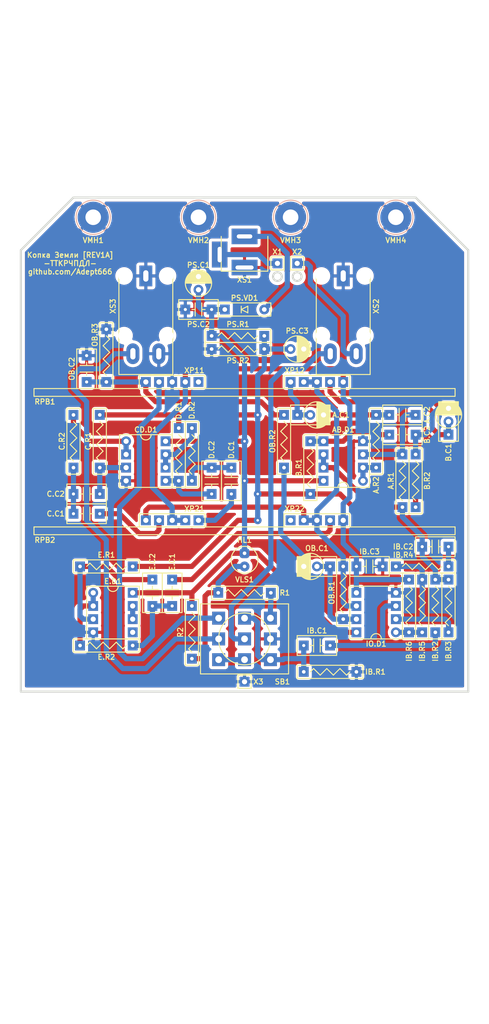
<source format=kicad_pcb>
(kicad_pcb (version 20171130) (host pcbnew 5.1.6-c6e7f7d~87~ubuntu19.10.1)
  (title_block (title "Копка Земли (Down-Tuned)") (date 2023-03-01) (rev 1A) (company "Igor Ivanov") (comment 1 https://github.com/Adept666) (comment 2 "This project is licensed under GNU General Public License v3.0 or later"))
  (layers (0 F.Cu jumper) (31 B.Cu signal) (37 F.SilkS user) (38 B.Mask user) (39 F.Mask user) (44 Edge.Cuts user))
  (net 0 "")
  (net 1 COM)
  (net 2 "Net-(HL1-PadC)")
  (net 3 /LED)
  (net 4 /PP3-POS)
  (net 5 /PP3-NEG)
  (net 6 VREF)
  (net 7 "Net-(A.C2-Pad2)")
  (net 8 "Net-(IB.C1-Pad2)")
  (net 9 "Net-(IB.C2-Pad2)")
  (net 10 /CUT-RAIL)
  (net 11 "Net-(IB.R3-Pad2)")
  (net 12 "Net-(IB.R5-Pad2)")
  (net 13 /BOOST-RAIL)
  (net 14 "Net-(IO.D1-Pad7)")
  (net 15 "Net-(OB.C2-Pad1)")
  (net 16 "Net-(C.C1-Pad1)")
  (net 17 "Net-(C.C1-Pad2)")
  (net 18 "Net-(C.C2-Pad2)")
  (net 19 "Net-(D.C1-Pad1)")
  (net 20 "Net-(D.C1-Pad2)")
  (net 21 "Net-(E.C1-Pad1)")
  (net 22 "Net-(E.C1-Pad2)")
  (net 23 "Net-(E.C2-Pad2)")
  (net 24 "Net-(E.D1-Pad6)")
  (net 25 "Net-(A.R2-Pad2)")
  (net 26 "Net-(AB.D1-Pad5)")
  (net 27 "Net-(AB.D1-Pad6)")
  (net 28 "Net-(C.R2-Pad2)")
  (net 29 "Net-(CD.D1-Pad5)")
  (net 30 "Net-(CD.D1-Pad6)")
  (net 31 "Net-(E.D1-Pad1)")
  (net 32 "Net-(E.D1-Pad5)")
  (net 33 V)
  (net 34 "Net-(PS.VD1-PadA)")
  (net 35 /IN-CIR)
  (net 36 /IN-CON)
  (net 37 "Net-(SB1-PadNC1)")
  (net 38 /OUT-CIR)
  (net 39 /OUT-CON)
  (net 40 "Net-(A.C1-Pad+)")
  (net 41 "Net-(A.C1-Pad-)")
  (net 42 "Net-(B.C1-Pad+)")
  (net 43 "Net-(B.C1-Pad-)")
  (net 44 "Net-(OB.C1-Pad-)")
  (module KCL-TH-ML:CON-PAD-S-1.0-1.9 (layer F.Cu) (at 115.57 105.41)
    (fp_text reference X2 (at 0 -2.2225) (layer F.SilkS) (effects (font (thickness 0.2))))
    (fp_text value -)
    (pad 1 thru_hole rect (at 0 0) (size 1.9 1.9) (drill 1) (layers *.Cu *.Mask) (net 5 /PP3-NEG))
  )
  (module KCL-TH-ML:CON-PAD-S-1.0-1.9 (layer F.Cu) (at 111.76 105.41)
    (fp_text reference X1 (at 0 -2.2225) (layer F.SilkS) (effects (font (thickness 0.2))))
    (fp_text value +)
    (pad 1 thru_hole rect (at 0 0) (size 1.9 1.9) (drill 1) (layers *.Cu *.Mask) (net 4 /PP3-POS))
  )
  (module KCL-TH-ML:LED-ROUND-05.0-UNI-SH-SPACER-PNL-5.3 (layer F.Cu) (at 105.41 162.56 90)
    (fp_text reference HL1 (at 3.81 0 180) (layer F.SilkS) (effects (font (thickness 0.2))))
    (fp_text value FYL-5013UWC)
    (pad C thru_hole circle (at -1.27 0 90) (size 1.9 1.9) (drill 0.7) (layers *.Cu *.Mask) (net 2 "Net-(HL1-PadC)"))
    (pad A thru_hole roundrect (at 1.27 0 90) (size 1.9 1.9) (drill 0.7) (layers *.Cu *.Mask) (roundrect_rratio 0.3) (net 33 V))
  )
  (module KCL-TH-ML:CON-PAD-S-1.0-1.9 (layer F.Cu) (at 105.41 186.055)
    (fp_text reference X3 (at 1.5875 0) (layer F.SilkS) (effects (font (thickness 0.2)) (justify left)))
    (fp_text value COM)
    (pad 1 thru_hole rect (at 0 0) (size 1.9 1.9) (drill 1) (layers *.Cu *.Mask) (net 1 COM))
  )
  (module KCL-VIRTUAL:B-PP3-HV (layer F.Cu) (at 105.41 196.85)
    (fp_text reference GB1 hide)
    (fp_text value PP3 hide)
  )
  (module KCL-VIRTUAL:VLS-BR (layer F.Cu) (at 105.41 162.56)
    (fp_text reference VLS1 (at 0 3.81) (layer F.SilkS) (effects (font (thickness 0.2))))
    (fp_text value BR-12.7)
  )
  (module KCL-TH-ML:VMH-STA-DA5-PNL-3.0 (layer F.Cu) (at 134.62 96.52)
    (fp_text reference VMH4 (at 0 4.445) (layer F.SilkS) (effects (font (thickness 0.2))))
    (fp_text value DI5M3x18)
    (pad 0 thru_hole circle (at 0 0) (size 6 6) (drill 3) (layers *.Cu *.Mask) (net 1 COM))
  )
  (module KCL-TH-ML:VMH-STA-DA5-PNL-3.0 (layer F.Cu) (at 114.3 96.52)
    (fp_text reference VMH3 (at 0 4.445) (layer F.SilkS) (effects (font (thickness 0.2))))
    (fp_text value DI5M3x18)
    (pad 0 thru_hole circle (at 0 0) (size 6 6) (drill 3) (layers *.Cu *.Mask) (net 1 COM))
  )
  (module KCL-TH-ML:VMH-STA-DA5-PNL-3.0 (layer F.Cu) (at 96.52 96.52)
    (fp_text reference VMH2 (at 0 4.445) (layer F.SilkS) (effects (font (thickness 0.2))))
    (fp_text value DI5M3x18)
    (pad 0 thru_hole circle (at 0 0) (size 6 6) (drill 3) (layers *.Cu *.Mask) (net 1 COM))
  )
  (module KCL-TH-ML:VMH-STA-DA5-PNL-3.0 (layer F.Cu) (at 76.2 96.52)
    (fp_text reference VMH1 (at 0 4.445) (layer F.SilkS) (effects (font (thickness 0.2))))
    (fp_text value DI5M3x18)
    (pad 0 thru_hole circle (at 0 0) (size 6 6) (drill 3) (layers *.Cu *.Mask) (net 1 COM))
  )
  (module SBKCL-TH-ML:RPB-1590BB-18-3x17-1.5-PNL-7.4-2.8 (layer F.Cu) (at 105.41 143.71)
    (fp_text reference RPB2 (at -40.64 15.04) (layer F.SilkS) (effects (font (thickness 0.2)) (justify left)))
    (fp_text value B50K-B50K-B50K)
    (fp_text user XP22 (at 7.62 9.0075) (layer F.SilkS) (effects (font (thickness 0.2)) (justify left)))
    (fp_text user XP21 (at -7.62 9.0075) (layer F.SilkS) (effects (font (thickness 0.2)) (justify right)))
    (pad 22 thru_hole rect (at 8.89 11.23) (size 1.9 1.9) (drill 1) (layers *.Cu *.Mask) (net 19 "Net-(D.C1-Pad1)"))
    (pad 23 thru_hole rect (at 11.43 11.23) (size 1.9 1.9) (drill 1) (layers *.Cu *.Mask) (net 13 /BOOST-RAIL))
    (pad 33 thru_hole rect (at 13.97 11.23) (size 1.9 1.9) (drill 1) (layers *.Cu *.Mask) (net 13 /BOOST-RAIL))
    (pad 32 thru_hole rect (at 16.51 11.23) (size 1.9 1.9) (drill 1) (layers *.Cu *.Mask) (net 21 "Net-(E.C1-Pad1)"))
    (pad 31 thru_hole rect (at 19.05 11.23) (size 1.9 1.9) (drill 1) (layers *.Cu *.Mask) (net 10 /CUT-RAIL))
    (pad 22 thru_hole rect (at -8.89 11.23) (size 1.9 1.9) (drill 1) (layers *.Cu *.Mask) (net 19 "Net-(D.C1-Pad1)"))
    (pad 12 thru_hole rect (at -16.51 11.23) (size 1.9 1.9) (drill 1) (layers *.Cu *.Mask) (net 16 "Net-(C.C1-Pad1)"))
    (pad 11 thru_hole rect (at -13.97 11.23) (size 1.9 1.9) (drill 1) (layers *.Cu *.Mask) (net 10 /CUT-RAIL))
    (pad 13 thru_hole rect (at -19.05 11.23) (size 1.9 1.9) (drill 1) (layers *.Cu *.Mask) (net 13 /BOOST-RAIL))
    (pad 21 thru_hole rect (at -11.43 11.23) (size 1.9 1.9) (drill 1) (layers *.Cu *.Mask) (net 10 /CUT-RAIL))
  )
  (module SBKCL-TH-ML:RPB-1590BB-18-3x17-1.5-PNL-7.4-2.8 (layer F.Cu) (at 105.41 117.04)
    (fp_text reference RPB1 (at -40.64 15.04) (layer F.SilkS) (effects (font (thickness 0.2)) (justify left)))
    (fp_text value B50K-B50K-B50K)
    (fp_text user XP12 (at 7.62 9.0075) (layer F.SilkS) (effects (font (thickness 0.2)) (justify left)))
    (fp_text user XP11 (at -7.62 9.0075) (layer F.SilkS) (effects (font (thickness 0.2)) (justify right)))
    (pad 22 thru_hole rect (at 8.89 11.23) (size 1.9 1.9) (drill 1) (layers *.Cu *.Mask) (net 40 "Net-(A.C1-Pad+)"))
    (pad 23 thru_hole rect (at 11.43 11.23) (size 1.9 1.9) (drill 1) (layers *.Cu *.Mask) (net 13 /BOOST-RAIL))
    (pad 33 thru_hole rect (at 13.97 11.23) (size 1.9 1.9) (drill 1) (layers *.Cu *.Mask) (net 13 /BOOST-RAIL))
    (pad 32 thru_hole rect (at 16.51 11.23) (size 1.9 1.9) (drill 1) (layers *.Cu *.Mask) (net 42 "Net-(B.C1-Pad+)"))
    (pad 31 thru_hole rect (at 19.05 11.23) (size 1.9 1.9) (drill 1) (layers *.Cu *.Mask) (net 10 /CUT-RAIL))
    (pad 22 thru_hole rect (at -8.89 11.23) (size 1.9 1.9) (drill 1) (layers *.Cu *.Mask) (net 40 "Net-(A.C1-Pad+)"))
    (pad 12 thru_hole rect (at -16.51 11.23) (size 1.9 1.9) (drill 1) (layers *.Cu *.Mask) (net 38 /OUT-CIR))
    (pad 11 thru_hole rect (at -13.97 11.23) (size 1.9 1.9) (drill 1) (layers *.Cu *.Mask) (net 1 COM))
    (pad 13 thru_hole rect (at -19.05 11.23) (size 1.9 1.9) (drill 1) (layers *.Cu *.Mask) (net 15 "Net-(OB.C2-Pad1)"))
    (pad 21 thru_hole rect (at -11.43 11.23) (size 1.9 1.9) (drill 1) (layers *.Cu *.Mask) (net 10 /CUT-RAIL))
  )
  (module SBKCL-TH-ML:CON-ST-008X-04 (layer F.Cu) (at 124.46 100.33 180)
    (fp_text reference XS2 (at -6.35 -13.335 270) (layer F.SilkS) (effects (font (thickness 0.2))))
    (fp_text value PJ-309)
    (pad "" np_thru_hole circle (at -4.2 -19 180) (size 2.2 2.2) (drill 2.2) (layers *.Cu *.Mask))
    (pad S thru_hole rect (at 0 -7.5 180) (size 2.5 4) (drill oval 1 2.2) (layers *.Cu *.Mask) (net 1 COM))
    (pad T thru_hole oval (at 2.5 -22.5 180) (size 2.5 4) (drill oval 1 2.2) (layers *.Cu *.Mask) (net 36 /IN-CON))
    (pad R thru_hole oval (at -2.5 -22.5 180) (size 2.5 4) (drill oval 1 2.2) (layers *.Cu *.Mask) (net 5 /PP3-NEG))
    (pad "" np_thru_hole circle (at 4.2 -19 180) (size 2.2 2.2) (drill 2.2) (layers *.Cu *.Mask))
    (pad "" np_thru_hole circle (at -4.2 -7.5 180) (size 2.2 2.2) (drill 2.2) (layers *.Cu *.Mask))
    (pad "" np_thru_hole circle (at 4.2 -7.5 180) (size 2.2 2.2) (drill 2.2) (layers *.Cu *.Mask))
  )
  (module SBKCL-TH-ML:CON-ST-008X-04 (layer F.Cu) (at 86.36 100.33 180)
    (fp_text reference XS3 (at 6.35 -13.335 270) (layer F.SilkS) (effects (font (thickness 0.2))))
    (fp_text value PJ-309)
    (pad "" np_thru_hole circle (at -4.2 -19 180) (size 2.2 2.2) (drill 2.2) (layers *.Cu *.Mask))
    (pad S thru_hole rect (at 0 -7.5 180) (size 2.5 4) (drill oval 1 2.2) (layers *.Cu *.Mask) (net 1 COM))
    (pad T thru_hole oval (at 2.5 -22.5 180) (size 2.5 4) (drill oval 1 2.2) (layers *.Cu *.Mask) (net 39 /OUT-CON))
    (pad R thru_hole oval (at -2.5 -22.5 180) (size 2.5 4) (drill oval 1 2.2) (layers *.Cu *.Mask) (net 1 COM))
    (pad "" np_thru_hole circle (at 4.2 -19 180) (size 2.2 2.2) (drill 2.2) (layers *.Cu *.Mask))
    (pad "" np_thru_hole circle (at -4.2 -7.5 180) (size 2.2 2.2) (drill 2.2) (layers *.Cu *.Mask))
    (pad "" np_thru_hole circle (at 4.2 -7.5 180) (size 2.2 2.2) (drill 2.2) (layers *.Cu *.Mask))
  )
  (module KCL-TH-ML:SW-PBS-24-302SP-2.5-PNL-13.0 (layer F.Cu) (at 105.41 177.8)
    (fp_text reference SB1 (at 8.89 8.255) (layer F.SilkS) (effects (font (thickness 0.2)) (justify right)))
    (fp_text value PBS-24-302SP)
    (pad COM3 thru_hole rect (at 5 0) (size 2.5 2.5) (drill 1.3) (layers *.Cu *.Mask) (net 1 COM))
    (pad NC3 thru_hole rect (at 5 4) (size 2.5 2.5) (drill 1.3) (layers *.Cu *.Mask) (net 35 /IN-CIR))
    (pad NO3 thru_hole rect (at 5 -4) (size 2.5 2.5) (drill 1.3) (layers *.Cu *.Mask) (net 3 /LED))
    (pad COM2 thru_hole rect (at 0 0) (size 2.5 2.5) (drill 1.3) (layers *.Cu *.Mask) (net 36 /IN-CON))
    (pad NC2 thru_hole rect (at 0 4) (size 2.5 2.5) (drill 1.3) (layers *.Cu *.Mask) (net 37 "Net-(SB1-PadNC1)"))
    (pad NO2 thru_hole rect (at 0 -4) (size 2.5 2.5) (drill 1.3) (layers *.Cu *.Mask) (net 35 /IN-CIR))
    (pad NO1 thru_hole rect (at -5 -4) (size 2.5 2.5) (drill 1.3) (layers *.Cu *.Mask) (net 38 /OUT-CIR))
    (pad COM1 thru_hole rect (at -5 0) (size 2.5 2.5) (drill 1.3) (layers *.Cu *.Mask) (net 39 /OUT-CON))
    (pad NC1 thru_hole rect (at -5 4) (size 2.5 2.5) (drill 1.3) (layers *.Cu *.Mask) (net 37 "Net-(SB1-PadNC1)"))
  )
  (module SBKCL-TH-ML:C-DISK-D04.2-T03.0-P05.08-d0.5-OR-CP-RADIAL-D05.0-P02.0-CLS (layer F.Cu) (at 119.38 163.83 180)
    (fp_text reference OB.C1 (at 0 3.4925) (layer F.SilkS) (effects (font (thickness 0.2))))
    (fp_text value 105)
    (pad - thru_hole rect (at 2.54 0 180) (size 1.9 1.9) (drill 1) (layers *.Cu *.Mask) (net 44 "Net-(OB.C1-Pad-)"))
    (pad + thru_hole circle (at 0 0 180) (size 1.9 1.9) (drill 1) (layers *.Cu *.Mask) (net 14 "Net-(IO.D1-Pad7)"))
    (pad + thru_hole rect (at -2.54 0 180) (size 1.9 1.9) (drill 0.6) (layers *.Cu *.Mask) (net 14 "Net-(IO.D1-Pad7)"))
  )
  (module SBKCL-TH-ML:C-DISK-D04.2-T03.0-P05.08-d0.5-OR-CP-RADIAL-D05.0-P02.0-CLS (layer F.Cu) (at 144.78 135.89 90)
    (fp_text reference B.C1 (at -4.1275 0 90) (layer F.SilkS) (effects (font (thickness 0.2)) (justify right)))
    (fp_text value 105)
    (pad - thru_hole rect (at 2.54 0 90) (size 1.9 1.9) (drill 1) (layers *.Cu *.Mask) (net 43 "Net-(B.C1-Pad-)"))
    (pad + thru_hole circle (at 0 0 90) (size 1.9 1.9) (drill 1) (layers *.Cu *.Mask) (net 42 "Net-(B.C1-Pad+)"))
    (pad + thru_hole rect (at -2.54 0 90) (size 1.9 1.9) (drill 0.6) (layers *.Cu *.Mask) (net 42 "Net-(B.C1-Pad+)"))
  )
  (module SBKCL-TH-ML:C-DISK-D04.2-T03.0-P05.08-d0.5-OR-CP-RADIAL-D05.0-P02.0-CLS (layer F.Cu) (at 118.11 134.62)
    (fp_text reference A.C1 (at 4.1275 0) (layer F.SilkS) (effects (font (thickness 0.2)) (justify left)))
    (fp_text value 225)
    (pad - thru_hole rect (at 2.54 0) (size 1.9 1.9) (drill 1) (layers *.Cu *.Mask) (net 41 "Net-(A.C1-Pad-)"))
    (pad + thru_hole circle (at 0 0) (size 1.9 1.9) (drill 1) (layers *.Cu *.Mask) (net 40 "Net-(A.C1-Pad+)"))
    (pad + thru_hole rect (at -2.54 0) (size 1.9 1.9) (drill 0.6) (layers *.Cu *.Mask) (net 40 "Net-(A.C1-Pad+)"))
  )
  (module KCL-TH-ML:R-MFR-25 (layer F.Cu) (at 95.25 176.53 90)
    (fp_text reference R2 (at 0 -2.2225 90) (layer F.SilkS) (effects (font (thickness 0.2))))
    (fp_text value X)
    (pad 2 thru_hole rect (at 5.08 0 90) (size 1.9 1.9) (drill 0.7) (layers *.Cu *.Mask) (net 33 V))
    (pad 1 thru_hole rect (at -5.08 0 90) (size 1.9 1.9) (drill 0.7) (layers *.Cu *.Mask) (net 2 "Net-(HL1-PadC)"))
  )
  (module KCL-TH-ML:CP-RADIAL-D05.0-P02.0-CLS (layer F.Cu) (at 115.57 121.92)
    (fp_text reference PS.C3 (at 0 -3.4925) (layer F.SilkS) (effects (font (thickness 0.2))))
    (fp_text value 476)
    (pad - thru_hole roundrect (at 1.27 0) (size 1.9 1.9) (drill 1) (layers *.Cu *.Mask) (roundrect_rratio 0.3) (net 1 COM))
    (pad + thru_hole circle (at -1.27 0) (size 1.9 1.9) (drill 1) (layers *.Cu *.Mask) (net 6 VREF))
  )
  (module KCL-TH-ML:CP-RADIAL-D05.0-P02.0-CLS (layer F.Cu) (at 96.52 109.22 90)
    (fp_text reference PS.C1 (at 3.4925 0 180) (layer F.SilkS) (effects (font (thickness 0.2))))
    (fp_text value 107)
    (pad + thru_hole circle (at -1.27 0 90) (size 1.9 1.9) (drill 1) (layers *.Cu *.Mask) (net 33 V))
    (pad - thru_hole roundrect (at 1.27 0 90) (size 1.9 1.9) (drill 1) (layers *.Cu *.Mask) (roundrect_rratio 0.3) (net 1 COM))
  )
  (module KCL-TH-ML:C-DISK-D04.2-T03.0-P05.08-d0.5 (layer F.Cu) (at 96.52 114.3 180)
    (fp_text reference PS.C2 (at 0 -2.8575) (layer F.SilkS) (effects (font (thickness 0.2))))
    (fp_text value 104)
    (pad 1 thru_hole rect (at -2.54 0 180) (size 1.9 1.9) (drill 0.6) (layers *.Cu *.Mask) (net 33 V))
    (pad 2 thru_hole rect (at 2.54 0 180) (size 1.9 1.9) (drill 0.6) (layers *.Cu *.Mask) (net 1 COM))
  )
  (module KCL-TH-ML:C-DISK-D04.2-T03.0-P05.08-d0.5 (layer F.Cu) (at 74.93 125.73 90)
    (fp_text reference OB.C2 (at 0 -2.8575 90) (layer F.SilkS) (effects (font (thickness 0.2))))
    (fp_text value 103)
    (pad 1 thru_hole rect (at -2.54 0 90) (size 1.9 1.9) (drill 0.6) (layers *.Cu *.Mask) (net 15 "Net-(OB.C2-Pad1)"))
    (pad 2 thru_hole rect (at 2.54 0 90) (size 1.9 1.9) (drill 0.6) (layers *.Cu *.Mask) (net 1 COM))
  )
  (module KCL-TH-ML:C-DISK-D04.2-T03.0-P05.08-d0.5 (layer F.Cu) (at 129.54 163.83)
    (fp_text reference IB.C3 (at 0 -2.8575) (layer F.SilkS) (effects (font (thickness 0.2))))
    (fp_text value 151)
    (pad 1 thru_hole rect (at -2.54 0) (size 1.9 1.9) (drill 0.6) (layers *.Cu *.Mask) (net 10 /CUT-RAIL))
    (pad 2 thru_hole rect (at 2.54 0) (size 1.9 1.9) (drill 0.6) (layers *.Cu *.Mask) (net 1 COM))
  )
  (module KCL-TH-ML:C-DISK-D04.2-T03.0-P05.08-d0.5 (layer F.Cu) (at 142.24 160.02)
    (fp_text reference IB.C2 (at -4.1275 0) (layer F.SilkS) (effects (font (thickness 0.2)) (justify right)))
    (fp_text value 103)
    (pad 1 thru_hole rect (at -2.54 0) (size 1.9 1.9) (drill 0.6) (layers *.Cu *.Mask) (net 6 VREF))
    (pad 2 thru_hole rect (at 2.54 0) (size 1.9 1.9) (drill 0.6) (layers *.Cu *.Mask) (net 9 "Net-(IB.C2-Pad2)"))
  )
  (module KCL-TH-ML:C-DISK-D04.2-T03.0-P05.08-d0.5 (layer F.Cu) (at 119.38 179.07)
    (fp_text reference IB.C1 (at 0 -2.8575) (layer F.SilkS) (effects (font (thickness 0.2))))
    (fp_text value 103)
    (pad 1 thru_hole rect (at -2.54 0) (size 1.9 1.9) (drill 0.6) (layers *.Cu *.Mask) (net 35 /IN-CIR))
    (pad 2 thru_hole rect (at 2.54 0) (size 1.9 1.9) (drill 0.6) (layers *.Cu *.Mask) (net 8 "Net-(IB.C1-Pad2)"))
  )
  (module KCL-TH-ML:C-DISK-D04.2-T03.0-P05.08-d0.5 (layer F.Cu) (at 87.63 168.91 90)
    (fp_text reference E.C2 (at 4.1275 0 90) (layer F.SilkS) (effects (font (thickness 0.2)) (justify left)))
    (fp_text value 681)
    (pad 1 thru_hole rect (at -2.54 0 90) (size 1.9 1.9) (drill 0.6) (layers *.Cu *.Mask) (net 22 "Net-(E.C1-Pad2)"))
    (pad 2 thru_hole rect (at 2.54 0 90) (size 1.9 1.9) (drill 0.6) (layers *.Cu *.Mask) (net 23 "Net-(E.C2-Pad2)"))
  )
  (module KCL-TH-ML:C-DISK-D04.2-T03.0-P05.08-d0.5 (layer F.Cu) (at 91.44 168.91 270)
    (fp_text reference E.C1 (at -4.1275 0 90) (layer F.SilkS) (effects (font (thickness 0.2)) (justify left)))
    (fp_text value 223)
    (pad 1 thru_hole rect (at -2.54 0 270) (size 1.9 1.9) (drill 0.6) (layers *.Cu *.Mask) (net 21 "Net-(E.C1-Pad1)"))
    (pad 2 thru_hole rect (at 2.54 0 270) (size 1.9 1.9) (drill 0.6) (layers *.Cu *.Mask) (net 22 "Net-(E.C1-Pad2)"))
  )
  (module KCL-TH-ML:C-DISK-D04.2-T03.0-P05.08-d0.5 (layer F.Cu) (at 99.06 147.32 270)
    (fp_text reference D.C2 (at -4.1275 0 90) (layer F.SilkS) (effects (font (thickness 0.2)) (justify left)))
    (fp_text value 332)
    (pad 1 thru_hole rect (at -2.54 0 270) (size 1.9 1.9) (drill 0.6) (layers *.Cu *.Mask) (net 20 "Net-(D.C1-Pad2)"))
    (pad 2 thru_hole rect (at 2.54 0 270) (size 1.9 1.9) (drill 0.6) (layers *.Cu *.Mask) (net 29 "Net-(CD.D1-Pad5)"))
  )
  (module KCL-TH-ML:C-DISK-D04.2-T03.0-P05.08-d0.5 (layer F.Cu) (at 102.87 147.32 90)
    (fp_text reference D.C1 (at 4.1275 0 90) (layer F.SilkS) (effects (font (thickness 0.2)) (justify left)))
    (fp_text value 683)
    (pad 1 thru_hole rect (at -2.54 0 90) (size 1.9 1.9) (drill 0.6) (layers *.Cu *.Mask) (net 19 "Net-(D.C1-Pad1)"))
    (pad 2 thru_hole rect (at 2.54 0 90) (size 1.9 1.9) (drill 0.6) (layers *.Cu *.Mask) (net 20 "Net-(D.C1-Pad2)"))
  )
  (module KCL-TH-ML:C-DISK-D04.2-T03.0-P05.08-d0.5 (layer F.Cu) (at 74.93 149.86)
    (fp_text reference C.C2 (at -4.1275 0) (layer F.SilkS) (effects (font (thickness 0.2)) (justify right)))
    (fp_text value 682)
    (pad 1 thru_hole rect (at -2.54 0) (size 1.9 1.9) (drill 0.6) (layers *.Cu *.Mask) (net 17 "Net-(C.C1-Pad2)"))
    (pad 2 thru_hole rect (at 2.54 0) (size 1.9 1.9) (drill 0.6) (layers *.Cu *.Mask) (net 18 "Net-(C.C2-Pad2)"))
  )
  (module KCL-TH-ML:C-DISK-D04.2-T03.0-P05.08-d0.5 (layer F.Cu) (at 74.93 153.67 180)
    (fp_text reference C.C1 (at 4.1275 0) (layer F.SilkS) (effects (font (thickness 0.2)) (justify right)))
    (fp_text value 154)
    (pad 1 thru_hole rect (at -2.54 0 180) (size 1.9 1.9) (drill 0.6) (layers *.Cu *.Mask) (net 16 "Net-(C.C1-Pad1)"))
    (pad 2 thru_hole rect (at 2.54 0 180) (size 1.9 1.9) (drill 0.6) (layers *.Cu *.Mask) (net 17 "Net-(C.C1-Pad2)"))
  )
  (module KCL-TH-ML:C-DISK-D04.2-T03.0-P05.08-d0.5 (layer F.Cu) (at 135.89 138.43 180)
    (fp_text reference B.C2 (at -4.7625 0 270) (layer F.SilkS) (effects (font (thickness 0.2))))
    (fp_text value 333)
    (pad 2 thru_hole rect (at 2.54 0 180) (size 1.9 1.9) (drill 0.6) (layers *.Cu *.Mask) (net 26 "Net-(AB.D1-Pad5)"))
    (pad 1 thru_hole rect (at -2.54 0 180) (size 1.9 1.9) (drill 0.6) (layers *.Cu *.Mask) (net 43 "Net-(B.C1-Pad-)"))
  )
  (module KCL-TH-ML:C-DISK-D04.2-T03.0-P05.08-d0.5 (layer F.Cu) (at 135.89 134.62)
    (fp_text reference A.C2 (at 4.7625 0 90) (layer F.SilkS) (effects (font (thickness 0.2))))
    (fp_text value 473)
    (pad 2 thru_hole rect (at 2.54 0) (size 1.9 1.9) (drill 0.6) (layers *.Cu *.Mask) (net 7 "Net-(A.C2-Pad2)"))
    (pad 1 thru_hole rect (at -2.54 0) (size 1.9 1.9) (drill 0.6) (layers *.Cu *.Mask) (net 41 "Net-(A.C1-Pad-)"))
  )
  (module KCL-TH-ML:R-MFR-25 (layer F.Cu) (at 105.41 168.91 180)
    (fp_text reference R1 (at -6.6675 0) (layer F.SilkS) (effects (font (thickness 0.2)) (justify left)))
    (fp_text value 103)
    (pad 1 thru_hole rect (at -5.08 0 180) (size 1.9 1.9) (drill 0.7) (layers *.Cu *.Mask) (net 3 /LED))
    (pad 2 thru_hole rect (at 5.08 0 180) (size 1.9 1.9) (drill 0.7) (layers *.Cu *.Mask) (net 2 "Net-(HL1-PadC)"))
  )
  (module KCL-TH-ML:R-MFR-25 (layer F.Cu) (at 104.14 121.92)
    (fp_text reference PS.R2 (at 0 2.2225) (layer F.SilkS) (effects (font (thickness 0.2))))
    (fp_text value 473)
    (pad 1 thru_hole rect (at -5.08 0) (size 1.9 1.9) (drill 0.7) (layers *.Cu *.Mask) (net 1 COM))
    (pad 2 thru_hole rect (at 5.08 0) (size 1.9 1.9) (drill 0.7) (layers *.Cu *.Mask) (net 6 VREF))
  )
  (module KCL-TH-ML:R-MFR-25 (layer F.Cu) (at 104.14 119.38 180)
    (fp_text reference PS.R1 (at 0 2.2225) (layer F.SilkS) (effects (font (thickness 0.2))))
    (fp_text value 473)
    (pad 1 thru_hole rect (at -5.08 0 180) (size 1.9 1.9) (drill 0.7) (layers *.Cu *.Mask) (net 6 VREF))
    (pad 2 thru_hole rect (at 5.08 0 180) (size 1.9 1.9) (drill 0.7) (layers *.Cu *.Mask) (net 33 V))
  )
  (module KCL-TH-ML:R-MFR-25 (layer F.Cu) (at 78.74 123.19 270)
    (fp_text reference OB.R3 (at -6.35 2.2225 90) (layer F.SilkS) (effects (font (thickness 0.2)) (justify right)))
    (fp_text value 103)
    (pad 1 thru_hole rect (at -5.08 0 270) (size 1.9 1.9) (drill 0.7) (layers *.Cu *.Mask) (net 1 COM))
    (pad 2 thru_hole rect (at 5.08 0 270) (size 1.9 1.9) (drill 0.7) (layers *.Cu *.Mask) (net 15 "Net-(OB.C2-Pad1)"))
  )
  (module KCL-TH-ML:R-MFR-25 (layer F.Cu) (at 113.03 139.7 90)
    (fp_text reference OB.R2 (at 0 -2.2225 90) (layer F.SilkS) (effects (font (thickness 0.2))))
    (fp_text value 103)
    (pad 2 thru_hole rect (at 5.08 0 90) (size 1.9 1.9) (drill 0.7) (layers *.Cu *.Mask) (net 15 "Net-(OB.C2-Pad1)"))
    (pad 1 thru_hole rect (at -5.08 0 90) (size 1.9 1.9) (drill 0.7) (layers *.Cu *.Mask) (net 44 "Net-(OB.C1-Pad-)"))
  )
  (module KCL-TH-ML:R-MFR-25 (layer F.Cu) (at 124.46 168.91 270)
    (fp_text reference OB.R1 (at 0 2.2225 90) (layer F.SilkS) (effects (font (thickness 0.2))))
    (fp_text value 103)
    (pad 2 thru_hole rect (at 5.08 0 270) (size 1.9 1.9) (drill 0.7) (layers *.Cu *.Mask) (net 14 "Net-(IO.D1-Pad7)"))
    (pad 1 thru_hole rect (at -5.08 0 270) (size 1.9 1.9) (drill 0.7) (layers *.Cu *.Mask) (net 13 /BOOST-RAIL))
  )
  (module KCL-TH-ML:R-MFR-25 (layer F.Cu) (at 137.16 171.45 90)
    (fp_text reference IB.R6 (at -6.6675 0 90) (layer F.SilkS) (effects (font (thickness 0.2)) (justify right)))
    (fp_text value 103)
    (pad 1 thru_hole rect (at -5.08 0 90) (size 1.9 1.9) (drill 0.7) (layers *.Cu *.Mask) (net 12 "Net-(IB.R5-Pad2)"))
    (pad 2 thru_hole rect (at 5.08 0 90) (size 1.9 1.9) (drill 0.7) (layers *.Cu *.Mask) (net 10 /CUT-RAIL))
  )
  (module KCL-TH-ML:R-MFR-25 (layer F.Cu) (at 139.7 171.45 270)
    (fp_text reference IB.R5 (at 6.6675 0 90) (layer F.SilkS) (effects (font (thickness 0.2)) (justify right)))
    (fp_text value 103)
    (pad 1 thru_hole rect (at -5.08 0 270) (size 1.9 1.9) (drill 0.7) (layers *.Cu *.Mask) (net 11 "Net-(IB.R3-Pad2)"))
    (pad 2 thru_hole rect (at 5.08 0 270) (size 1.9 1.9) (drill 0.7) (layers *.Cu *.Mask) (net 12 "Net-(IB.R5-Pad2)"))
  )
  (module KCL-TH-ML:R-MFR-25 (layer F.Cu) (at 139.7 163.83 180)
    (fp_text reference IB.R4 (at 1.5875 2.2225) (layer F.SilkS) (effects (font (thickness 0.2)) (justify right)))
    (fp_text value 102)
    (pad 1 thru_hole rect (at -5.08 0 180) (size 1.9 1.9) (drill 0.7) (layers *.Cu *.Mask) (net 9 "Net-(IB.C2-Pad2)"))
    (pad 2 thru_hole rect (at 5.08 0 180) (size 1.9 1.9) (drill 0.7) (layers *.Cu *.Mask) (net 11 "Net-(IB.R3-Pad2)"))
  )
  (module KCL-TH-ML:R-MFR-25 (layer F.Cu) (at 144.78 171.45 270)
    (fp_text reference IB.R3 (at 6.6675 0 90) (layer F.SilkS) (effects (font (thickness 0.2)) (justify right)))
    (fp_text value 103)
    (pad 1 thru_hole rect (at -5.08 0 270) (size 1.9 1.9) (drill 0.7) (layers *.Cu *.Mask) (net 6 VREF))
    (pad 2 thru_hole rect (at 5.08 0 270) (size 1.9 1.9) (drill 0.7) (layers *.Cu *.Mask) (net 11 "Net-(IB.R3-Pad2)"))
  )
  (module KCL-TH-ML:R-MFR-25 (layer F.Cu) (at 142.24 171.45 270)
    (fp_text reference IB.R2 (at 6.6675 0 90) (layer F.SilkS) (effects (font (thickness 0.2)) (justify right)))
    (fp_text value 474)
    (pad 1 thru_hole rect (at -5.08 0 270) (size 1.9 1.9) (drill 0.7) (layers *.Cu *.Mask) (net 6 VREF))
    (pad 2 thru_hole rect (at 5.08 0 270) (size 1.9 1.9) (drill 0.7) (layers *.Cu *.Mask) (net 8 "Net-(IB.C1-Pad2)"))
  )
  (module KCL-TH-ML:R-MFR-25 (layer F.Cu) (at 121.92 184.15 180)
    (fp_text reference IB.R1 (at -6.6675 0) (layer F.SilkS) (effects (font (thickness 0.2)) (justify left)))
    (fp_text value 225)
    (pad 1 thru_hole rect (at -5.08 0 180) (size 1.9 1.9) (drill 0.7) (layers *.Cu *.Mask) (net 1 COM))
    (pad 2 thru_hole rect (at 5.08 0 180) (size 1.9 1.9) (drill 0.7) (layers *.Cu *.Mask) (net 35 /IN-CIR))
  )
  (module KCL-TH-ML:R-MFR-25 (layer F.Cu) (at 78.74 179.07 180)
    (fp_text reference E.R2 (at 0 -2.2225) (layer F.SilkS) (effects (font (thickness 0.2))))
    (fp_text value 102)
    (pad 1 thru_hole rect (at -5.08 0 180) (size 1.9 1.9) (drill 0.7) (layers *.Cu *.Mask) (net 22 "Net-(E.C1-Pad2)"))
    (pad 2 thru_hole rect (at 5.08 0 180) (size 1.9 1.9) (drill 0.7) (layers *.Cu *.Mask) (net 31 "Net-(E.D1-Pad1)"))
  )
  (module KCL-TH-ML:R-MFR-25 (layer F.Cu) (at 78.74 163.83 180)
    (fp_text reference E.R1 (at 0 2.2225) (layer F.SilkS) (effects (font (thickness 0.2))))
    (fp_text value 104)
    (pad 1 thru_hole rect (at -5.08 0 180) (size 1.9 1.9) (drill 0.7) (layers *.Cu *.Mask) (net 6 VREF))
    (pad 2 thru_hole rect (at 5.08 0 180) (size 1.9 1.9) (drill 0.7) (layers *.Cu *.Mask) (net 23 "Net-(E.C2-Pad2)"))
  )
  (module KCL-TH-ML:R-MFR-25 (layer F.Cu) (at 95.25 142.24 90)
    (fp_text reference D.R2 (at 6.6675 0 90) (layer F.SilkS) (effects (font (thickness 0.2)) (justify left)))
    (fp_text value 102)
    (pad 1 thru_hole rect (at -5.08 0 90) (size 1.9 1.9) (drill 0.7) (layers *.Cu *.Mask) (net 20 "Net-(D.C1-Pad2)"))
    (pad 2 thru_hole rect (at 5.08 0 90) (size 1.9 1.9) (drill 0.7) (layers *.Cu *.Mask) (net 30 "Net-(CD.D1-Pad6)"))
  )
  (module KCL-TH-ML:R-MFR-25 (layer F.Cu) (at 92.71 142.24 270)
    (fp_text reference D.R1 (at -6.6675 0 90) (layer F.SilkS) (effects (font (thickness 0.2)) (justify left)))
    (fp_text value 104)
    (pad 1 thru_hole rect (at -5.08 0 270) (size 1.9 1.9) (drill 0.7) (layers *.Cu *.Mask) (net 6 VREF))
    (pad 2 thru_hole rect (at 5.08 0 270) (size 1.9 1.9) (drill 0.7) (layers *.Cu *.Mask) (net 29 "Net-(CD.D1-Pad5)"))
  )
  (module KCL-TH-ML:R-MFR-25 (layer F.Cu) (at 72.39 139.7 90)
    (fp_text reference C.R2 (at 0 -2.2225 90) (layer F.SilkS) (effects (font (thickness 0.2))))
    (fp_text value 102)
    (pad 1 thru_hole rect (at -5.08 0 90) (size 1.9 1.9) (drill 0.7) (layers *.Cu *.Mask) (net 17 "Net-(C.C1-Pad2)"))
    (pad 2 thru_hole rect (at 5.08 0 90) (size 1.9 1.9) (drill 0.7) (layers *.Cu *.Mask) (net 28 "Net-(C.R2-Pad2)"))
  )
  (module KCL-TH-ML:R-MFR-25 (layer F.Cu) (at 77.47 139.7 270)
    (fp_text reference C.R1 (at 0 2.2225 90) (layer F.SilkS) (effects (font (thickness 0.2))))
    (fp_text value 104)
    (pad 1 thru_hole rect (at -5.08 0 270) (size 1.9 1.9) (drill 0.7) (layers *.Cu *.Mask) (net 6 VREF))
    (pad 2 thru_hole rect (at 5.08 0 270) (size 1.9 1.9) (drill 0.7) (layers *.Cu *.Mask) (net 18 "Net-(C.C2-Pad2)"))
  )
  (module KCL-TH-ML:R-MFR-25 (layer F.Cu) (at 138.43 147.32 270)
    (fp_text reference B.R2 (at 0 -2.2225 90) (layer F.SilkS) (effects (font (thickness 0.2))))
    (fp_text value 471)
    (pad 2 thru_hole rect (at 5.08 0 270) (size 1.9 1.9) (drill 0.7) (layers *.Cu *.Mask) (net 27 "Net-(AB.D1-Pad6)"))
    (pad 1 thru_hole rect (at -5.08 0 270) (size 1.9 1.9) (drill 0.7) (layers *.Cu *.Mask) (net 43 "Net-(B.C1-Pad-)"))
  )
  (module KCL-TH-ML:R-MFR-25 (layer F.Cu) (at 118.11 144.78 90)
    (fp_text reference B.R1 (at 0 -2.2225 90) (layer F.SilkS) (effects (font (thickness 0.2))))
    (fp_text value 104)
    (pad 1 thru_hole rect (at -5.08 0 90) (size 1.9 1.9) (drill 0.7) (layers *.Cu *.Mask) (net 6 VREF))
    (pad 2 thru_hole rect (at 5.08 0 90) (size 1.9 1.9) (drill 0.7) (layers *.Cu *.Mask) (net 26 "Net-(AB.D1-Pad5)"))
  )
  (module KCL-TH-ML:R-MFR-25 (layer F.Cu) (at 130.81 139.7 270)
    (fp_text reference A.R2 (at 6.6675 0 90) (layer F.SilkS) (effects (font (thickness 0.2)) (justify right)))
    (fp_text value 471)
    (pad 2 thru_hole rect (at 5.08 0 270) (size 1.9 1.9) (drill 0.7) (layers *.Cu *.Mask) (net 25 "Net-(A.R2-Pad2)"))
    (pad 1 thru_hole rect (at -5.08 0 270) (size 1.9 1.9) (drill 0.7) (layers *.Cu *.Mask) (net 41 "Net-(A.C1-Pad-)"))
  )
  (module KCL-TH-ML:R-MFR-25 (layer F.Cu) (at 135.89 147.32 90)
    (fp_text reference A.R1 (at 0 -2.2225 90) (layer F.SilkS) (effects (font (thickness 0.2))))
    (fp_text value 124)
    (pad 1 thru_hole rect (at -5.08 0 90) (size 1.9 1.9) (drill 0.7) (layers *.Cu *.Mask) (net 6 VREF))
    (pad 2 thru_hole rect (at 5.08 0 90) (size 1.9 1.9) (drill 0.7) (layers *.Cu *.Mask) (net 7 "Net-(A.C2-Pad2)"))
  )
  (module KCL-TH-ML:CON-DC-005 (layer F.Cu) (at 105.41 92.71 180)
    (fp_text reference XS1 (at 0 -15.875) (layer F.SilkS) (effects (font (thickness 0.2))))
    (fp_text value DC-005)
    (pad C thru_hole rect (at 0 -13.5 180) (size 5 3) (drill oval 3.5 0.8) (layers *.Cu *.Mask) (net 1 COM))
    (pad SN thru_hole rect (at 4.8 -11 180) (size 3 5) (drill oval 0.8 3) (layers *.Cu *.Mask) (net 4 /PP3-POS))
    (pad S thru_hole rect (at 0 -7.5 180) (size 5 3) (drill oval 3 0.8) (layers *.Cu *.Mask) (net 34 "Net-(PS.VD1-PadA)"))
  )
  (module KCL-TH-ML:P-DIP-08 (layer F.Cu) (at 130.81 172.72 180)
    (fp_text reference IO.D1 (at 0 -6.0325) (layer F.SilkS) (effects (font (thickness 0.2))))
    (fp_text value 4558)
    (pad 8 thru_hole rect (at 3.81 -3.81 180) (size 1.9 1.9) (drill 1) (layers *.Cu *.Mask) (net 33 V))
    (pad 7 thru_hole rect (at 3.81 -1.27 180) (size 1.9 1.9) (drill 1) (layers *.Cu *.Mask) (net 14 "Net-(IO.D1-Pad7)"))
    (pad 6 thru_hole rect (at 3.81 1.27 180) (size 1.9 1.9) (drill 1) (layers *.Cu *.Mask) (net 13 /BOOST-RAIL))
    (pad 5 thru_hole rect (at 3.81 3.81 180) (size 1.9 1.9) (drill 1) (layers *.Cu *.Mask) (net 10 /CUT-RAIL))
    (pad 4 thru_hole rect (at -3.81 3.81 180) (size 1.9 1.9) (drill 1) (layers *.Cu *.Mask) (net 1 COM))
    (pad 3 thru_hole rect (at -3.81 1.27 180) (size 1.9 1.9) (drill 1) (layers *.Cu *.Mask) (net 8 "Net-(IB.C1-Pad2)"))
    (pad 2 thru_hole rect (at -3.81 -1.27 180) (size 1.9 1.9) (drill 1) (layers *.Cu *.Mask) (net 11 "Net-(IB.R3-Pad2)"))
    (pad 1 thru_hole circle (at -3.81 -3.81 180) (size 1.9 1.9) (drill 1) (layers *.Cu *.Mask) (net 12 "Net-(IB.R5-Pad2)"))
  )
  (module KCL-TH-ML:P-DIP-08 (layer F.Cu) (at 80.01 172.72)
    (fp_text reference E.D1 (at 0 -6.0325) (layer F.SilkS) (effects (font (thickness 0.2))))
    (fp_text value 4558)
    (pad 8 thru_hole rect (at 3.81 -3.81) (size 1.9 1.9) (drill 1) (layers *.Cu *.Mask) (net 33 V))
    (pad 7 thru_hole rect (at 3.81 -1.27) (size 1.9 1.9) (drill 1) (layers *.Cu *.Mask) (net 24 "Net-(E.D1-Pad6)"))
    (pad 6 thru_hole rect (at 3.81 1.27) (size 1.9 1.9) (drill 1) (layers *.Cu *.Mask) (net 24 "Net-(E.D1-Pad6)"))
    (pad 5 thru_hole rect (at 3.81 3.81) (size 1.9 1.9) (drill 1) (layers *.Cu *.Mask) (net 32 "Net-(E.D1-Pad5)"))
    (pad 4 thru_hole rect (at -3.81 3.81) (size 1.9 1.9) (drill 1) (layers *.Cu *.Mask) (net 1 COM))
    (pad 3 thru_hole rect (at -3.81 1.27) (size 1.9 1.9) (drill 1) (layers *.Cu *.Mask) (net 23 "Net-(E.C2-Pad2)"))
    (pad 2 thru_hole rect (at -3.81 -1.27) (size 1.9 1.9) (drill 1) (layers *.Cu *.Mask) (net 31 "Net-(E.D1-Pad1)"))
    (pad 1 thru_hole circle (at -3.81 -3.81) (size 1.9 1.9) (drill 1) (layers *.Cu *.Mask) (net 31 "Net-(E.D1-Pad1)"))
  )
  (module KCL-TH-ML:P-DIP-08 (layer F.Cu) (at 86.36 143.51)
    (fp_text reference CD.D1 (at 0 -6.0325) (layer F.SilkS) (effects (font (thickness 0.2))))
    (fp_text value 4558)
    (pad 8 thru_hole rect (at 3.81 -3.81) (size 1.9 1.9) (drill 1) (layers *.Cu *.Mask) (net 33 V))
    (pad 7 thru_hole rect (at 3.81 -1.27) (size 1.9 1.9) (drill 1) (layers *.Cu *.Mask) (net 30 "Net-(CD.D1-Pad6)"))
    (pad 6 thru_hole rect (at 3.81 1.27) (size 1.9 1.9) (drill 1) (layers *.Cu *.Mask) (net 30 "Net-(CD.D1-Pad6)"))
    (pad 5 thru_hole rect (at 3.81 3.81) (size 1.9 1.9) (drill 1) (layers *.Cu *.Mask) (net 29 "Net-(CD.D1-Pad5)"))
    (pad 4 thru_hole rect (at -3.81 3.81) (size 1.9 1.9) (drill 1) (layers *.Cu *.Mask) (net 1 COM))
    (pad 3 thru_hole rect (at -3.81 1.27) (size 1.9 1.9) (drill 1) (layers *.Cu *.Mask) (net 18 "Net-(C.C2-Pad2)"))
    (pad 2 thru_hole rect (at -3.81 -1.27) (size 1.9 1.9) (drill 1) (layers *.Cu *.Mask) (net 28 "Net-(C.R2-Pad2)"))
    (pad 1 thru_hole circle (at -3.81 -3.81) (size 1.9 1.9) (drill 1) (layers *.Cu *.Mask) (net 28 "Net-(C.R2-Pad2)"))
  )
  (module KCL-TH-ML:P-DIP-08 (layer F.Cu) (at 124.46 143.51 180)
    (fp_text reference AB.D1 (at 0 6.0325) (layer F.SilkS) (effects (font (thickness 0.2))))
    (fp_text value 4558)
    (pad 8 thru_hole rect (at 3.81 -3.81 180) (size 1.9 1.9) (drill 1) (layers *.Cu *.Mask) (net 33 V))
    (pad 7 thru_hole rect (at 3.81 -1.27 180) (size 1.9 1.9) (drill 1) (layers *.Cu *.Mask) (net 27 "Net-(AB.D1-Pad6)"))
    (pad 6 thru_hole rect (at 3.81 1.27 180) (size 1.9 1.9) (drill 1) (layers *.Cu *.Mask) (net 27 "Net-(AB.D1-Pad6)"))
    (pad 5 thru_hole rect (at 3.81 3.81 180) (size 1.9 1.9) (drill 1) (layers *.Cu *.Mask) (net 26 "Net-(AB.D1-Pad5)"))
    (pad 4 thru_hole rect (at -3.81 3.81 180) (size 1.9 1.9) (drill 1) (layers *.Cu *.Mask) (net 1 COM))
    (pad 3 thru_hole rect (at -3.81 1.27 180) (size 1.9 1.9) (drill 1) (layers *.Cu *.Mask) (net 7 "Net-(A.C2-Pad2)"))
    (pad 2 thru_hole rect (at -3.81 -1.27 180) (size 1.9 1.9) (drill 1) (layers *.Cu *.Mask) (net 25 "Net-(A.R2-Pad2)"))
    (pad 1 thru_hole circle (at -3.81 -3.81 180) (size 1.9 1.9) (drill 1) (layers *.Cu *.Mask) (net 25 "Net-(A.R2-Pad2)"))
  )
  (module KCL-TH-ML:P-DO-41 (layer F.Cu) (at 105.41 114.3 180)
    (fp_text reference PS.VD1 (at 0 2.2225) (layer F.SilkS) (effects (font (thickness 0.2))))
    (fp_text value 5817)
    (pad A thru_hole circle (at -3.81 0 180) (size 1.9 1.9) (drill 0.9) (layers *.Cu *.Mask) (net 34 "Net-(PS.VD1-PadA)"))
    (pad C thru_hole rect (at 3.81 0 180) (size 1.9 1.9) (drill 0.9) (layers *.Cu *.Mask) (net 33 V))
  )
  (module SBEL:1590BB_B1 (layer F.Cu) (at 105.41 148.59)
    (fp_text reference VE1 hide)
    (fp_text value 1590BB hide)
  )
  (gr_line (start 138.43 92.71) (end 148.59 102.87) (layer Edge.Cuts) (width 0.4))
  (gr_line (start 62.23 102.87) (end 72.39 92.71) (layer Edge.Cuts) (width 0.4))
  (gr_line (start 148.59 102.87) (end 148.59 187.96) (layer Edge.Cuts) (width 0.4))
  (gr_line (start 62.23 102.87) (end 62.23 187.96) (layer Edge.Cuts) (width 0.4))
  (gr_circle (center 115.57 107.95) (end 116.42 107.95) (layer Edge.Cuts) (width 0.4))
  (gr_circle (center 111.76 107.95) (end 112.61 107.95) (layer Edge.Cuts) (width 0.4))
  (gr_text "Копка Земли [REV1A]\n-ТТКРЧПДЛ-\ngithub.com/Adept666" (at 71.755 105.41) (layer F.SilkS) (effects (font (size 1 1) (thickness 0.2))))
  (gr_line (start 62.23 187.96) (end 148.59 187.96) (layer Edge.Cuts) (width 0.4))
  (gr_line (start 72.39 92.71) (end 138.43 92.71) (layer Edge.Cuts) (width 0.4))
  (segment (start 103.505 163.83) (end 105.41 163.83) (width 1) (layer B.Cu) (net 2))
  (segment (start 100.33 167.005) (end 103.505 163.83) (width 1) (layer B.Cu) (net 2))
  (segment (start 100.33 168.91) (end 100.33 167.005) (width 1) (layer B.Cu) (net 2))
  (segment (start 98.425 168.91) (end 100.33 168.91) (width 1) (layer F.Cu) (net 2))
  (segment (start 97.79 169.545) (end 98.425 168.91) (width 1) (layer F.Cu) (net 2))
  (segment (start 97.79 180.975) (end 97.79 169.545) (width 1) (layer F.Cu) (net 2))
  (segment (start 97.155 181.61) (end 97.79 180.975) (width 1) (layer F.Cu) (net 2))
  (segment (start 95.25 181.61) (end 97.155 181.61) (width 1) (layer F.Cu) (net 2))
  (segment (start 110.41 173.8) (end 110.41 171.53) (width 1) (layer B.Cu) (net 3))
  (segment (start 110.41 171.53) (end 110.49 171.45) (width 1) (layer B.Cu) (net 3))
  (segment (start 110.49 171.45) (end 110.49 168.91) (width 1) (layer B.Cu) (net 3))
  (segment (start 109.855 105.41) (end 111.76 105.41) (width 1) (layer B.Cu) (net 4))
  (segment (start 108.155 103.71) (end 109.855 105.41) (width 1) (layer B.Cu) (net 4))
  (segment (start 100.61 103.71) (end 108.155 103.71) (width 1) (layer B.Cu) (net 4))
  (segment (start 124.46 122.195) (end 125.095 122.83) (width 1) (layer B.Cu) (net 5))
  (segment (start 124.46 115.57) (end 124.46 122.195) (width 1) (layer B.Cu) (net 5))
  (segment (start 118.11 109.22) (end 124.46 115.57) (width 1) (layer B.Cu) (net 5))
  (segment (start 118.11 106.045) (end 118.11 109.22) (width 1) (layer B.Cu) (net 5))
  (segment (start 117.475 105.41) (end 118.11 106.045) (width 1) (layer B.Cu) (net 5))
  (segment (start 125.095 122.83) (end 126.96 122.83) (width 1) (layer B.Cu) (net 5))
  (segment (start 115.57 105.41) (end 117.475 105.41) (width 1) (layer B.Cu) (net 5))
  (via (at 107.95 134.62) (size 1.5) (drill 0.5) (layers F.Cu B.Cu) (net 6))
  (via (at 107.95 149.86) (size 1.5) (drill 0.5) (layers F.Cu B.Cu) (net 6))
  (via (at 107.95 154.94) (size 1.5) (drill 0.5) (layers F.Cu B.Cu) (net 6))
  (segment (start 142.24 166.37) (end 144.78 166.37) (width 1) (layer B.Cu) (net 6))
  (segment (start 92.71 137.16) (end 92.71 134.62) (width 1) (layer F.Cu) (net 6))
  (segment (start 92.71 134.62) (end 107.95 134.62) (width 1) (layer F.Cu) (net 6))
  (segment (start 77.47 134.62) (end 92.71 134.62) (width 1) (layer F.Cu) (net 6))
  (segment (start 139.7 161.925) (end 142.24 164.465) (width 1) (layer B.Cu) (net 6))
  (segment (start 142.24 164.465) (end 142.24 166.37) (width 1) (layer B.Cu) (net 6))
  (segment (start 139.7 160.02) (end 139.7 161.925) (width 1) (layer B.Cu) (net 6))
  (segment (start 118.11 149.86) (end 107.95 149.86) (width 1) (layer F.Cu) (net 6))
  (segment (start 135.89 154.305) (end 139.7 158.115) (width 1) (layer B.Cu) (net 6))
  (segment (start 139.7 158.115) (end 139.7 160.02) (width 1) (layer B.Cu) (net 6))
  (segment (start 135.89 152.4) (end 135.89 154.305) (width 1) (layer B.Cu) (net 6))
  (segment (start 126.365 152.4) (end 135.89 152.4) (width 1) (layer F.Cu) (net 6))
  (segment (start 123.825 149.86) (end 126.365 152.4) (width 1) (layer F.Cu) (net 6))
  (segment (start 118.11 149.86) (end 123.825 149.86) (width 1) (layer F.Cu) (net 6))
  (segment (start 109.22 121.92) (end 114.3 121.92) (width 1) (layer B.Cu) (net 6))
  (segment (start 109.22 119.38) (end 109.22 121.92) (width 1) (layer B.Cu) (net 6))
  (segment (start 109.22 125.73) (end 107.95 127) (width 1) (layer B.Cu) (net 6))
  (segment (start 109.22 121.92) (end 109.22 125.73) (width 1) (layer B.Cu) (net 6))
  (segment (start 107.95 127) (end 107.95 134.62) (width 1) (layer B.Cu) (net 6))
  (segment (start 107.95 134.62) (end 107.95 149.86) (width 1) (layer B.Cu) (net 6))
  (segment (start 107.95 149.86) (end 107.95 154.94) (width 1) (layer B.Cu) (net 6))
  (segment (start 104.14 154.94) (end 107.95 154.94) (width 1) (layer F.Cu) (net 6))
  (segment (start 95.25 163.83) (end 104.14 154.94) (width 1) (layer F.Cu) (net 6))
  (segment (start 83.82 163.83) (end 95.25 163.83) (width 1) (layer F.Cu) (net 6))
  (segment (start 128.27 142.24) (end 135.89 142.24) (width 1) (layer B.Cu) (net 7))
  (segment (start 136.525 134.62) (end 138.43 134.62) (width 1) (layer B.Cu) (net 7))
  (segment (start 135.89 135.255) (end 136.525 134.62) (width 1) (layer B.Cu) (net 7))
  (segment (start 135.89 142.24) (end 135.89 135.255) (width 1) (layer B.Cu) (net 7))
  (segment (start 121.92 179.07) (end 132.08 179.07) (width 1) (layer B.Cu) (net 8))
  (segment (start 142.24 178.435) (end 142.24 176.53) (width 1) (layer B.Cu) (net 8))
  (segment (start 141.605 179.07) (end 142.24 178.435) (width 1) (layer B.Cu) (net 8))
  (segment (start 132.08 179.07) (end 141.605 179.07) (width 1) (layer B.Cu) (net 8))
  (segment (start 132.715 171.45) (end 134.62 171.45) (width 1) (layer B.Cu) (net 8))
  (segment (start 132.08 172.085) (end 132.715 171.45) (width 1) (layer B.Cu) (net 8))
  (segment (start 132.08 179.07) (end 132.08 172.085) (width 1) (layer B.Cu) (net 8))
  (segment (start 144.78 160.02) (end 144.78 163.83) (width 1) (layer B.Cu) (net 9))
  (segment (start 91.44 154.94) (end 93.98 154.94) (width 1) (layer B.Cu) (net 10))
  (segment (start 137.16 166.37) (end 127 166.37) (width 1) (layer B.Cu) (net 10))
  (segment (start 127 166.37) (end 127 168.91) (width 1) (layer B.Cu) (net 10))
  (segment (start 93.98 132.08) (end 93.98 128.27) (width 1) (layer B.Cu) (net 10))
  (segment (start 87.63 138.43) (end 93.98 132.08) (width 1) (layer B.Cu) (net 10))
  (segment (start 87.63 148.59) (end 87.63 138.43) (width 1) (layer B.Cu) (net 10))
  (segment (start 91.44 152.4) (end 87.63 148.59) (width 1) (layer B.Cu) (net 10))
  (segment (start 91.44 154.94) (end 91.44 152.4) (width 1) (layer B.Cu) (net 10))
  (segment (start 124.46 126.365) (end 124.46 128.27) (width 1) (layer F.Cu) (net 10))
  (segment (start 123.825 125.73) (end 124.46 126.365) (width 1) (layer F.Cu) (net 10))
  (segment (start 94.615 125.73) (end 123.825 125.73) (width 1) (layer F.Cu) (net 10))
  (segment (start 93.98 126.365) (end 94.615 125.73) (width 1) (layer F.Cu) (net 10))
  (segment (start 93.98 128.27) (end 93.98 126.365) (width 1) (layer F.Cu) (net 10))
  (segment (start 127 163.83) (end 127 166.37) (width 1) (layer B.Cu) (net 10))
  (segment (start 127 161.925) (end 127 163.83) (width 1) (layer B.Cu) (net 10))
  (segment (start 124.46 159.385) (end 127 161.925) (width 1) (layer B.Cu) (net 10))
  (segment (start 124.46 154.94) (end 124.46 159.385) (width 1) (layer B.Cu) (net 10))
  (segment (start 124.46 131.445) (end 124.46 128.27) (width 1) (layer B.Cu) (net 10))
  (segment (start 125.73 132.715) (end 124.46 131.445) (width 1) (layer B.Cu) (net 10))
  (segment (start 125.73 150.495) (end 125.73 132.715) (width 1) (layer B.Cu) (net 10))
  (segment (start 124.46 151.765) (end 125.73 150.495) (width 1) (layer B.Cu) (net 10))
  (segment (start 124.46 154.94) (end 124.46 151.765) (width 1) (layer B.Cu) (net 10))
  (segment (start 144.78 174.625) (end 144.78 176.53) (width 1) (layer B.Cu) (net 11))
  (segment (start 144.145 173.99) (end 144.78 174.625) (width 1) (layer B.Cu) (net 11))
  (segment (start 139.7 173.99) (end 144.145 173.99) (width 1) (layer B.Cu) (net 11))
  (segment (start 139.7 173.99) (end 139.7 166.37) (width 1) (layer B.Cu) (net 11))
  (segment (start 134.62 173.99) (end 139.7 173.99) (width 1) (layer B.Cu) (net 11))
  (segment (start 134.62 163.83) (end 139.065 163.83) (width 1) (layer B.Cu) (net 11))
  (segment (start 139.065 163.83) (end 139.7 164.465) (width 1) (layer B.Cu) (net 11))
  (segment (start 139.7 164.465) (end 139.7 166.37) (width 1) (layer B.Cu) (net 11))
  (segment (start 134.62 176.53) (end 137.16 176.53) (width 1) (layer B.Cu) (net 12))
  (segment (start 137.16 176.53) (end 139.7 176.53) (width 1) (layer B.Cu) (net 12))
  (segment (start 116.84 128.27) (end 119.38 128.27) (width 1) (layer B.Cu) (net 13))
  (segment (start 116.84 154.94) (end 119.38 154.94) (width 1) (layer B.Cu) (net 13))
  (segment (start 116.84 153.035) (end 116.84 154.94) (width 1) (layer F.Cu) (net 13))
  (segment (start 86.995 152.4) (end 116.205 152.4) (width 1) (layer F.Cu) (net 13))
  (segment (start 86.36 153.035) (end 86.995 152.4) (width 1) (layer F.Cu) (net 13))
  (segment (start 116.205 152.4) (end 116.84 153.035) (width 1) (layer F.Cu) (net 13))
  (segment (start 86.36 154.94) (end 86.36 153.035) (width 1) (layer F.Cu) (net 13))
  (segment (start 124.46 170.815) (end 125.095 171.45) (width 1) (layer B.Cu) (net 13))
  (segment (start 125.095 171.45) (end 127 171.45) (width 1) (layer B.Cu) (net 13))
  (segment (start 124.46 163.83) (end 124.46 170.815) (width 1) (layer B.Cu) (net 13))
  (segment (start 124.46 161.925) (end 119.38 156.845) (width 1) (layer B.Cu) (net 13))
  (segment (start 124.46 163.83) (end 124.46 161.925) (width 1) (layer B.Cu) (net 13))
  (segment (start 119.38 154.94) (end 119.38 156.845) (width 1) (layer B.Cu) (net 13))
  (segment (start 123.19 133.985) (end 119.38 130.175) (width 1) (layer B.Cu) (net 13))
  (segment (start 119.38 130.175) (end 119.38 128.27) (width 1) (layer B.Cu) (net 13))
  (segment (start 123.19 149.225) (end 123.19 133.985) (width 1) (layer B.Cu) (net 13))
  (segment (start 119.38 153.035) (end 123.19 149.225) (width 1) (layer B.Cu) (net 13))
  (segment (start 119.38 154.94) (end 119.38 153.035) (width 1) (layer B.Cu) (net 13))
  (segment (start 124.46 173.99) (end 127 173.99) (width 1) (layer B.Cu) (net 14))
  (segment (start 122.555 173.99) (end 124.46 173.99) (width 1) (layer B.Cu) (net 14))
  (segment (start 121.92 173.355) (end 122.555 173.99) (width 1) (layer B.Cu) (net 14))
  (segment (start 121.92 163.83) (end 121.92 173.355) (width 1) (layer B.Cu) (net 14))
  (segment (start 119.38 163.83) (end 121.92 163.83) (width 1) (layer B.Cu) (net 14))
  (segment (start 74.93 128.27) (end 78.74 128.27) (width 1) (layer B.Cu) (net 15))
  (segment (start 78.74 128.27) (end 86.36 128.27) (width 1) (layer B.Cu) (net 15))
  (segment (start 108.585 132.08) (end 111.125 134.62) (width 1) (layer F.Cu) (net 15))
  (segment (start 111.125 134.62) (end 113.03 134.62) (width 1) (layer F.Cu) (net 15))
  (segment (start 88.265 132.08) (end 108.585 132.08) (width 1) (layer F.Cu) (net 15))
  (segment (start 86.36 130.175) (end 88.265 132.08) (width 1) (layer F.Cu) (net 15))
  (segment (start 86.36 128.27) (end 86.36 130.175) (width 1) (layer F.Cu) (net 15))
  (segment (start 88.265 157.48) (end 88.9 156.845) (width 1) (layer F.Cu) (net 16))
  (segment (start 85.09 157.48) (end 88.265 157.48) (width 1) (layer F.Cu) (net 16))
  (segment (start 81.28 153.67) (end 85.09 157.48) (width 1) (layer F.Cu) (net 16))
  (segment (start 88.9 156.845) (end 88.9 154.94) (width 1) (layer F.Cu) (net 16))
  (segment (start 77.47 153.67) (end 81.28 153.67) (width 1) (layer F.Cu) (net 16))
  (segment (start 72.39 149.86) (end 72.39 144.78) (width 1) (layer B.Cu) (net 17))
  (segment (start 72.39 149.86) (end 72.39 153.67) (width 1) (layer B.Cu) (net 17))
  (segment (start 77.47 144.78) (end 82.55 144.78) (width 1) (layer B.Cu) (net 18))
  (segment (start 77.47 144.78) (end 77.47 149.86) (width 1) (layer B.Cu) (net 18))
  (segment (start 102.87 151.765) (end 102.87 149.86) (width 1) (layer B.Cu) (net 19))
  (segment (start 99.695 154.94) (end 102.87 151.765) (width 1) (layer B.Cu) (net 19))
  (segment (start 96.52 154.94) (end 99.695 154.94) (width 1) (layer B.Cu) (net 19))
  (segment (start 99.06 144.78) (end 102.87 144.78) (width 1) (layer B.Cu) (net 20))
  (segment (start 95.885 144.78) (end 99.06 144.78) (width 1) (layer B.Cu) (net 20))
  (segment (start 95.25 145.415) (end 95.885 144.78) (width 1) (layer B.Cu) (net 20))
  (segment (start 95.25 147.32) (end 95.25 145.415) (width 1) (layer B.Cu) (net 20))
  (segment (start 121.92 156.845) (end 121.92 154.94) (width 1) (layer F.Cu) (net 21))
  (segment (start 121.285 157.48) (end 121.92 156.845) (width 1) (layer F.Cu) (net 21))
  (segment (start 104.14 157.48) (end 121.285 157.48) (width 1) (layer F.Cu) (net 21))
  (segment (start 95.25 166.37) (end 104.14 157.48) (width 1) (layer F.Cu) (net 21))
  (segment (start 91.44 166.37) (end 95.25 166.37) (width 1) (layer F.Cu) (net 21))
  (segment (start 87.63 171.45) (end 91.44 171.45) (width 1) (layer B.Cu) (net 22))
  (segment (start 87.63 177.165) (end 87.63 171.45) (width 1) (layer B.Cu) (net 22))
  (segment (start 85.725 179.07) (end 87.63 177.165) (width 1) (layer B.Cu) (net 22))
  (segment (start 83.82 179.07) (end 85.725 179.07) (width 1) (layer B.Cu) (net 22))
  (segment (start 74.295 173.99) (end 76.2 173.99) (width 1) (layer B.Cu) (net 23))
  (segment (start 73.66 173.355) (end 74.295 173.99) (width 1) (layer B.Cu) (net 23))
  (segment (start 73.66 163.83) (end 73.66 173.355) (width 1) (layer B.Cu) (net 23))
  (segment (start 81.28 166.37) (end 87.63 166.37) (width 1) (layer F.Cu) (net 23))
  (segment (start 78.74 163.83) (end 81.28 166.37) (width 1) (layer F.Cu) (net 23))
  (segment (start 73.66 163.83) (end 78.74 163.83) (width 1) (layer F.Cu) (net 23))
  (segment (start 83.82 171.45) (end 83.82 173.99) (width 1) (layer B.Cu) (net 24))
  (segment (start 128.27 144.78) (end 128.27 147.32) (width 1) (layer B.Cu) (net 25))
  (segment (start 128.27 144.78) (end 130.81 144.78) (width 1) (layer B.Cu) (net 25))
  (segment (start 118.11 139.7) (end 120.65 139.7) (width 1) (layer B.Cu) (net 26))
  (segment (start 130.81 137.795) (end 131.445 138.43) (width 1) (layer F.Cu) (net 26))
  (segment (start 126.365 137.795) (end 130.81 137.795) (width 1) (layer F.Cu) (net 26))
  (segment (start 124.46 139.7) (end 126.365 137.795) (width 1) (layer F.Cu) (net 26))
  (segment (start 131.445 138.43) (end 133.35 138.43) (width 1) (layer F.Cu) (net 26))
  (segment (start 120.65 139.7) (end 124.46 139.7) (width 1) (layer F.Cu) (net 26))
  (segment (start 120.65 142.24) (end 120.65 144.78) (width 1) (layer B.Cu) (net 27))
  (segment (start 138.43 150.495) (end 138.43 152.4) (width 1) (layer F.Cu) (net 27))
  (segment (start 137.795 149.86) (end 138.43 150.495) (width 1) (layer F.Cu) (net 27))
  (segment (start 127.635 149.86) (end 137.795 149.86) (width 1) (layer F.Cu) (net 27))
  (segment (start 122.555 144.78) (end 127.635 149.86) (width 1) (layer F.Cu) (net 27))
  (segment (start 120.65 144.78) (end 122.555 144.78) (width 1) (layer F.Cu) (net 27))
  (segment (start 82.55 139.7) (end 82.55 142.24) (width 1) (layer B.Cu) (net 28))
  (segment (start 72.39 136.525) (end 75.565 139.7) (width 1) (layer F.Cu) (net 28))
  (segment (start 75.565 139.7) (end 82.55 139.7) (width 1) (layer F.Cu) (net 28))
  (segment (start 72.39 134.62) (end 72.39 136.525) (width 1) (layer F.Cu) (net 28))
  (segment (start 90.17 147.32) (end 92.71 147.32) (width 1) (layer B.Cu) (net 29))
  (segment (start 93.345 149.86) (end 99.06 149.86) (width 1) (layer B.Cu) (net 29))
  (segment (start 92.71 149.225) (end 93.345 149.86) (width 1) (layer B.Cu) (net 29))
  (segment (start 92.71 147.32) (end 92.71 149.225) (width 1) (layer B.Cu) (net 29))
  (segment (start 90.17 142.24) (end 90.17 144.78) (width 1) (layer B.Cu) (net 30))
  (segment (start 92.075 142.24) (end 90.17 142.24) (width 1) (layer B.Cu) (net 30))
  (segment (start 95.25 139.065) (end 92.075 142.24) (width 1) (layer B.Cu) (net 30))
  (segment (start 95.25 137.16) (end 95.25 139.065) (width 1) (layer B.Cu) (net 30))
  (segment (start 76.2 168.91) (end 76.2 171.45) (width 1) (layer B.Cu) (net 31))
  (segment (start 74.295 171.45) (end 76.2 171.45) (width 1) (layer F.Cu) (net 31))
  (segment (start 73.66 172.085) (end 74.295 171.45) (width 1) (layer F.Cu) (net 31))
  (segment (start 73.66 179.07) (end 73.66 172.085) (width 1) (layer F.Cu) (net 31))
  (via (at 105.41 147.32) (size 1.5) (drill 0.5) (layers F.Cu B.Cu) (net 33))
  (segment (start 120.65 147.32) (end 105.41 147.32) (width 1) (layer F.Cu) (net 33))
  (segment (start 105.41 147.32) (end 105.41 161.29) (width 1) (layer B.Cu) (net 33))
  (via (at 105.41 139.7) (size 1.5) (drill 0.5) (layers F.Cu B.Cu) (net 33))
  (segment (start 90.17 139.7) (end 105.41 139.7) (width 1) (layer F.Cu) (net 33))
  (segment (start 105.41 139.7) (end 105.41 147.32) (width 1) (layer B.Cu) (net 33))
  (segment (start 99.06 114.3) (end 101.6 114.3) (width 1) (layer B.Cu) (net 33))
  (segment (start 99.06 114.3) (end 99.06 119.38) (width 1) (layer B.Cu) (net 33))
  (segment (start 105.41 123.825) (end 105.41 139.7) (width 1) (layer B.Cu) (net 33))
  (segment (start 100.965 119.38) (end 105.41 123.825) (width 1) (layer B.Cu) (net 33))
  (segment (start 99.06 119.38) (end 100.965 119.38) (width 1) (layer B.Cu) (net 33))
  (segment (start 97.155 114.3) (end 99.06 114.3) (width 1) (layer B.Cu) (net 33))
  (segment (start 96.52 113.665) (end 97.155 114.3) (width 1) (layer B.Cu) (net 33))
  (segment (start 96.52 110.49) (end 96.52 113.665) (width 1) (layer B.Cu) (net 33))
  (segment (start 102.87 161.29) (end 105.41 161.29) (width 1) (layer F.Cu) (net 33))
  (segment (start 95.25 168.91) (end 102.87 161.29) (width 1) (layer F.Cu) (net 33))
  (segment (start 83.82 168.91) (end 95.25 168.91) (width 1) (layer F.Cu) (net 33))
  (segment (start 123.19 176.53) (end 127 176.53) (width 1) (layer F.Cu) (net 33))
  (segment (start 107.95 161.29) (end 123.19 176.53) (width 1) (layer F.Cu) (net 33))
  (segment (start 105.41 161.29) (end 107.95 161.29) (width 1) (layer F.Cu) (net 33))
  (segment (start 95.25 168.91) (end 95.25 171.45) (width 1) (layer F.Cu) (net 33))
  (segment (start 110.37 100.21) (end 105.41 100.21) (width 1) (layer B.Cu) (net 34))
  (segment (start 113.665 103.505) (end 110.37 100.21) (width 1) (layer B.Cu) (net 34))
  (segment (start 113.665 109.855) (end 113.665 103.505) (width 1) (layer B.Cu) (net 34))
  (segment (start 109.22 114.3) (end 113.665 109.855) (width 1) (layer B.Cu) (net 34))
  (segment (start 110.41 181.8) (end 112.84 181.8) (width 1) (layer B.Cu) (net 35))
  (segment (start 112.84 181.8) (end 113.03 181.61) (width 1) (layer B.Cu) (net 35))
  (segment (start 113.03 181.61) (end 116.84 181.61) (width 1) (layer B.Cu) (net 35))
  (segment (start 105.41 173.8) (end 107.125 173.8) (width 1) (layer B.Cu) (net 35))
  (segment (start 107.125 173.8) (end 107.95 174.625) (width 1) (layer B.Cu) (net 35))
  (segment (start 110.41 181.8) (end 108.775 181.8) (width 1) (layer B.Cu) (net 35))
  (segment (start 108.775 181.8) (end 107.95 180.975) (width 1) (layer B.Cu) (net 35))
  (segment (start 107.95 174.625) (end 107.95 180.975) (width 1) (layer B.Cu) (net 35))
  (segment (start 116.84 179.07) (end 116.84 181.61) (width 1) (layer B.Cu) (net 35))
  (segment (start 116.84 181.61) (end 116.84 184.15) (width 1) (layer B.Cu) (net 35))
  (segment (start 103.505 177.8) (end 105.41 177.8) (width 1) (layer B.Cu) (net 36))
  (segment (start 102.87 177.165) (end 103.505 177.8) (width 1) (layer B.Cu) (net 36))
  (segment (start 102.87 171.45) (end 102.87 177.165) (width 1) (layer B.Cu) (net 36))
  (segment (start 110.49 163.83) (end 102.87 171.45) (width 1) (layer B.Cu) (net 36))
  (segment (start 110.49 128.27) (end 110.49 163.83) (width 1) (layer B.Cu) (net 36))
  (segment (start 116.84 125.73) (end 113.03 125.73) (width 1) (layer B.Cu) (net 36))
  (segment (start 119.74 122.83) (end 116.84 125.73) (width 1) (layer B.Cu) (net 36))
  (segment (start 113.03 125.73) (end 110.49 128.27) (width 1) (layer B.Cu) (net 36))
  (segment (start 121.96 122.83) (end 119.74 122.83) (width 1) (layer B.Cu) (net 36))
  (segment (start 100.41 181.8) (end 105.41 181.8) (width 1) (layer B.Cu) (net 37))
  (segment (start 100.41 173.8) (end 93.535 173.8) (width 1) (layer B.Cu) (net 38))
  (segment (start 93.535 173.8) (end 85.725 181.61) (width 1) (layer B.Cu) (net 38))
  (segment (start 85.09 137.16) (end 88.9 133.35) (width 1) (layer B.Cu) (net 38))
  (segment (start 85.725 181.61) (end 82.55 181.61) (width 1) (layer B.Cu) (net 38))
  (segment (start 82.55 181.61) (end 81.28 180.34) (width 1) (layer B.Cu) (net 38))
  (segment (start 85.09 148.59) (end 85.09 137.16) (width 1) (layer B.Cu) (net 38))
  (segment (start 81.28 180.34) (end 81.28 152.4) (width 1) (layer B.Cu) (net 38))
  (segment (start 81.28 152.4) (end 85.09 148.59) (width 1) (layer B.Cu) (net 38))
  (segment (start 88.9 133.35) (end 88.9 128.27) (width 1) (layer B.Cu) (net 38))
  (segment (start 81.915 183.515) (end 86.36 183.515) (width 1) (layer B.Cu) (net 39))
  (segment (start 92.075 177.8) (end 100.41 177.8) (width 1) (layer B.Cu) (net 39))
  (segment (start 78.74 180.34) (end 81.915 183.515) (width 1) (layer B.Cu) (net 39))
  (segment (start 74.93 154.94) (end 78.74 158.75) (width 1) (layer B.Cu) (net 39))
  (segment (start 74.93 132.08) (end 74.93 154.94) (width 1) (layer B.Cu) (net 39))
  (segment (start 78.74 158.75) (end 78.74 180.34) (width 1) (layer B.Cu) (net 39))
  (segment (start 73.66 125.73) (end 72.39 127) (width 1) (layer B.Cu) (net 39))
  (segment (start 72.39 129.54) (end 74.93 132.08) (width 1) (layer B.Cu) (net 39))
  (segment (start 77.47 125.73) (end 73.66 125.73) (width 1) (layer B.Cu) (net 39))
  (segment (start 80.37 122.83) (end 77.47 125.73) (width 1) (layer B.Cu) (net 39))
  (segment (start 86.36 183.515) (end 92.075 177.8) (width 1) (layer B.Cu) (net 39))
  (segment (start 72.39 127) (end 72.39 129.54) (width 1) (layer B.Cu) (net 39))
  (segment (start 83.86 122.83) (end 80.37 122.83) (width 1) (layer B.Cu) (net 39))
  (segment (start 115.57 134.62) (end 118.11 134.62) (width 1) (layer B.Cu) (net 40))
  (segment (start 115.57 132.08) (end 115.57 134.62) (width 1) (layer B.Cu) (net 40))
  (segment (start 114.3 130.81) (end 115.57 132.08) (width 1) (layer B.Cu) (net 40))
  (segment (start 114.3 128.27) (end 114.3 130.81) (width 1) (layer B.Cu) (net 40))
  (segment (start 120.65 134.62) (end 130.81 134.62) (width 1) (layer F.Cu) (net 41))
  (segment (start 130.81 134.62) (end 133.35 134.62) (width 1) (layer B.Cu) (net 41))
  (segment (start 144.78 135.89) (end 144.78 138.43) (width 1) (layer B.Cu) (net 42))
  (segment (start 121.92 128.27) (end 121.92 130.175) (width 1) (layer F.Cu) (net 42))
  (segment (start 141.605 133.985) (end 141.605 137.16) (width 1) (layer F.Cu) (net 42))
  (segment (start 142.875 138.43) (end 144.78 138.43) (width 1) (layer F.Cu) (net 42))
  (segment (start 121.92 130.175) (end 123.825 132.08) (width 1) (layer F.Cu) (net 42))
  (segment (start 123.825 132.08) (end 139.7 132.08) (width 1) (layer F.Cu) (net 42))
  (segment (start 139.7 132.08) (end 141.605 133.985) (width 1) (layer F.Cu) (net 42))
  (segment (start 141.605 137.16) (end 142.875 138.43) (width 1) (layer F.Cu) (net 42))
  (segment (start 138.43 138.43) (end 138.43 142.24) (width 1) (layer B.Cu) (net 43))
  (segment (start 142.875 133.35) (end 144.78 133.35) (width 1) (layer B.Cu) (net 43))
  (segment (start 141.605 134.62) (end 142.875 133.35) (width 1) (layer B.Cu) (net 43))
  (segment (start 140.335 138.43) (end 141.605 137.16) (width 1) (layer B.Cu) (net 43))
  (segment (start 141.605 137.16) (end 141.605 134.62) (width 1) (layer B.Cu) (net 43))
  (segment (start 138.43 138.43) (end 140.335 138.43) (width 1) (layer B.Cu) (net 43))
  (segment (start 113.03 152.4) (end 113.03 144.78) (width 1) (layer B.Cu) (net 44))
  (segment (start 112.395 153.035) (end 113.03 152.4) (width 1) (layer B.Cu) (net 44))
  (segment (start 112.395 157.48) (end 112.395 153.035) (width 1) (layer B.Cu) (net 44))
  (segment (start 116.84 161.925) (end 112.395 157.48) (width 1) (layer B.Cu) (net 44))
  (segment (start 116.84 163.83) (end 116.84 161.925) (width 1) (layer B.Cu) (net 44))
  (zone (net 1) (net_name COM) (layer B.Cu) (connect_pads (clearance 0.6)) (min_thickness 0.5) (fill yes (arc_segments 32) (thermal_gap 0.6) (thermal_bridge_width 0.6))
    (polygon (pts (xy 60.96 91.44) (xy 149.86 91.44) (xy 149.86 189.23) (xy 60.96 189.23)))
  )
  (zone (net 1) (net_name COM) (layer F.Cu) (connect_pads (clearance 0.6)) (min_thickness 0.5) (fill yes (arc_segments 32) (thermal_gap 0.6) (thermal_bridge_width 0.6))
    (polygon (pts (xy 60.96 91.44) (xy 149.86 91.44) (xy 149.86 189.23) (xy 60.96 189.23)))
  )
)
</source>
